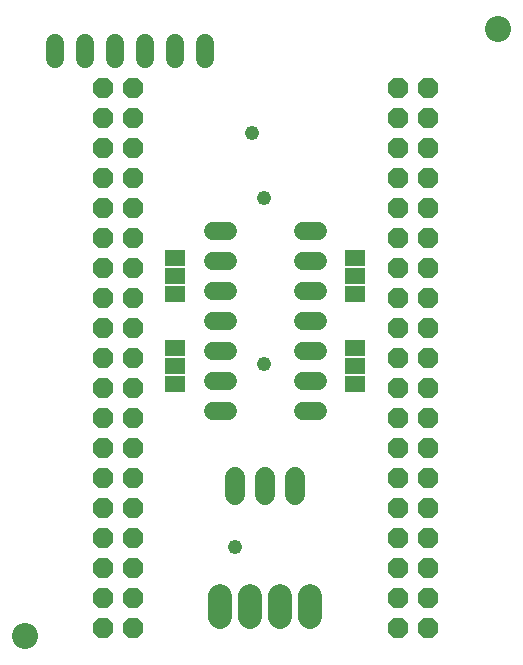
<source format=gbr>
G04 EAGLE Gerber RS-274X export*
G75*
%MOMM*%
%FSLAX34Y34*%
%LPD*%
%INSoldermask Bottom*%
%IPPOS*%
%AMOC8*
5,1,8,0,0,1.08239X$1,22.5*%
G01*
%ADD10C,2.203200*%
%ADD11P,1.869504X8X292.500000*%
%ADD12C,1.524000*%
%ADD13R,1.803400X1.371600*%
%ADD14C,1.727200*%
%ADD15C,2.003200*%
%ADD16C,1.219200*%


D10*
X577850Y628650D03*
X177800Y114300D03*
D11*
X243300Y578050D03*
X268700Y578050D03*
X243300Y552650D03*
X268700Y552650D03*
X243300Y527250D03*
X268700Y527250D03*
X243300Y501850D03*
X268700Y501850D03*
X243300Y476450D03*
X268700Y476450D03*
X243300Y451050D03*
X268700Y451050D03*
X243300Y425650D03*
X268700Y425650D03*
X243300Y400250D03*
X268700Y400250D03*
X243300Y374850D03*
X268700Y374850D03*
X243300Y349450D03*
X268700Y349450D03*
X243300Y324050D03*
X268700Y324050D03*
X243300Y298650D03*
X268700Y298650D03*
X243300Y273250D03*
X268700Y273250D03*
X243300Y247850D03*
X268700Y247850D03*
X243300Y222450D03*
X268700Y222450D03*
X243300Y197050D03*
X268700Y197050D03*
X243300Y171650D03*
X268700Y171650D03*
X243300Y146250D03*
X268700Y146250D03*
X243300Y120850D03*
X268700Y120850D03*
X493300Y578050D03*
X518700Y578050D03*
X493300Y552650D03*
X518700Y552650D03*
X493300Y527250D03*
X518700Y527250D03*
X493300Y501850D03*
X518700Y501850D03*
X493300Y476450D03*
X518700Y476450D03*
X493300Y451050D03*
X518700Y451050D03*
X493300Y425650D03*
X518700Y425650D03*
X493300Y400250D03*
X518700Y400250D03*
X493300Y374850D03*
X518700Y374850D03*
X493300Y349450D03*
X518700Y349450D03*
X493300Y324050D03*
X518700Y324050D03*
X493300Y298650D03*
X518700Y298650D03*
X493300Y273250D03*
X518700Y273250D03*
X493300Y247850D03*
X518700Y247850D03*
X493300Y222450D03*
X518700Y222450D03*
X493300Y197050D03*
X518700Y197050D03*
X493300Y171650D03*
X518700Y171650D03*
X493300Y146250D03*
X518700Y146250D03*
X493300Y120850D03*
X518700Y120850D03*
D12*
X203200Y602996D02*
X203200Y616204D01*
X228600Y616204D02*
X228600Y602996D01*
X254000Y602996D02*
X254000Y616204D01*
X279400Y616204D02*
X279400Y602996D01*
X304800Y602996D02*
X304800Y616204D01*
X330200Y616204D02*
X330200Y602996D01*
X412496Y304800D02*
X425704Y304800D01*
X425704Y330200D02*
X412496Y330200D01*
X412496Y457200D02*
X425704Y457200D01*
X349504Y457200D02*
X336296Y457200D01*
X412496Y355600D02*
X425704Y355600D01*
X425704Y381000D02*
X412496Y381000D01*
X412496Y431800D02*
X425704Y431800D01*
X425704Y406400D02*
X412496Y406400D01*
X349504Y431800D02*
X336296Y431800D01*
X336296Y406400D02*
X349504Y406400D01*
X349504Y381000D02*
X336296Y381000D01*
X336296Y355600D02*
X349504Y355600D01*
X349504Y330200D02*
X336296Y330200D01*
X336296Y304800D02*
X349504Y304800D01*
D13*
X304800Y403860D03*
X304800Y419100D03*
X304800Y434340D03*
X457200Y403860D03*
X457200Y419100D03*
X457200Y434340D03*
X457200Y327660D03*
X457200Y342900D03*
X457200Y358140D03*
X304800Y327660D03*
X304800Y342900D03*
X304800Y358140D03*
D14*
X355600Y248920D02*
X355600Y233680D01*
X381000Y233680D02*
X381000Y248920D01*
X406400Y248920D02*
X406400Y233680D01*
D15*
X342900Y148700D02*
X342900Y130700D01*
X368300Y130700D02*
X368300Y148700D01*
X393700Y148700D02*
X393700Y130700D01*
X419100Y130700D02*
X419100Y148700D01*
D16*
X380000Y485000D03*
X355000Y190000D03*
X370000Y540000D03*
X380000Y345000D03*
M02*

</source>
